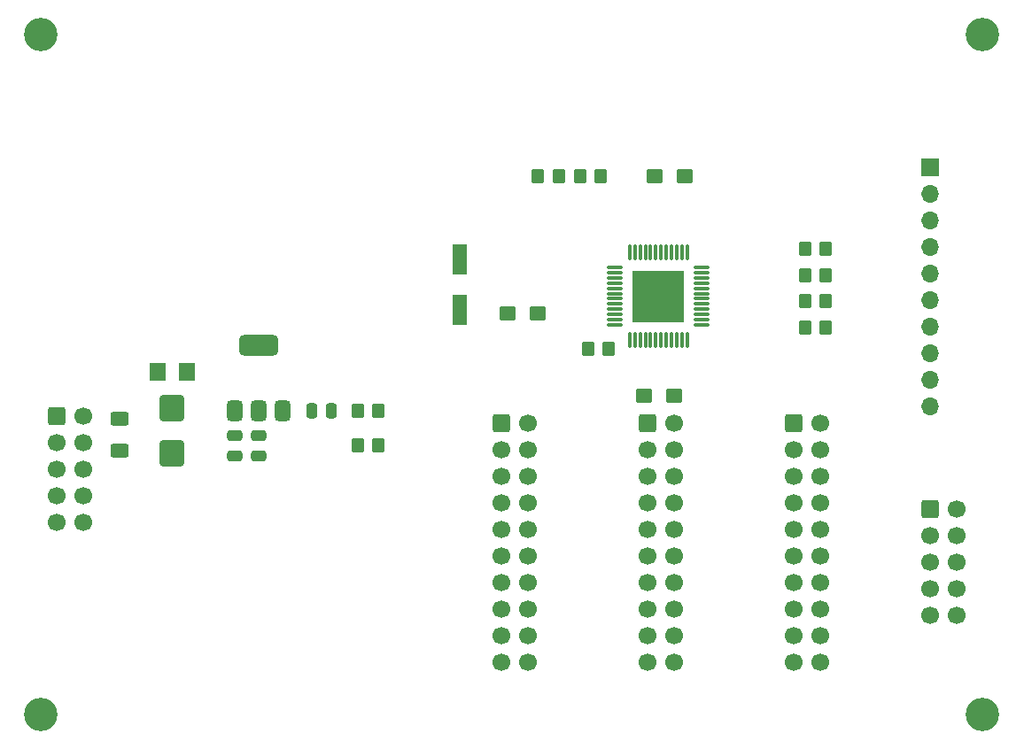
<source format=gbr>
%TF.GenerationSoftware,KiCad,Pcbnew,9.0.6-9.0.6~ubuntu22.04.1*%
%TF.CreationDate,2026-01-07T10:26:54-05:00*%
%TF.ProjectId,Hyperdrift-Display-Controller,48797065-7264-4726-9966-742d44697370,rev?*%
%TF.SameCoordinates,Original*%
%TF.FileFunction,Soldermask,Bot*%
%TF.FilePolarity,Negative*%
%FSLAX46Y46*%
G04 Gerber Fmt 4.6, Leading zero omitted, Abs format (unit mm)*
G04 Created by KiCad (PCBNEW 9.0.6-9.0.6~ubuntu22.04.1) date 2026-01-07 10:26:54*
%MOMM*%
%LPD*%
G01*
G04 APERTURE LIST*
G04 Aperture macros list*
%AMRoundRect*
0 Rectangle with rounded corners*
0 $1 Rounding radius*
0 $2 $3 $4 $5 $6 $7 $8 $9 X,Y pos of 4 corners*
0 Add a 4 corners polygon primitive as box body*
4,1,4,$2,$3,$4,$5,$6,$7,$8,$9,$2,$3,0*
0 Add four circle primitives for the rounded corners*
1,1,$1+$1,$2,$3*
1,1,$1+$1,$4,$5*
1,1,$1+$1,$6,$7*
1,1,$1+$1,$8,$9*
0 Add four rect primitives between the rounded corners*
20,1,$1+$1,$2,$3,$4,$5,0*
20,1,$1+$1,$4,$5,$6,$7,0*
20,1,$1+$1,$6,$7,$8,$9,0*
20,1,$1+$1,$8,$9,$2,$3,0*%
G04 Aperture macros list end*
%ADD10RoundRect,0.250000X0.350000X0.450000X-0.350000X0.450000X-0.350000X-0.450000X0.350000X-0.450000X0*%
%ADD11RoundRect,0.250000X-0.350000X-0.450000X0.350000X-0.450000X0.350000X0.450000X-0.350000X0.450000X0*%
%ADD12RoundRect,0.250000X-0.600000X-0.600000X0.600000X-0.600000X0.600000X0.600000X-0.600000X0.600000X0*%
%ADD13C,1.700000*%
%ADD14C,3.200000*%
%ADD15R,1.700000X1.700000*%
%ADD16O,1.700000X1.700000*%
%ADD17R,1.400000X3.000000*%
%ADD18RoundRect,0.250000X0.537500X0.425000X-0.537500X0.425000X-0.537500X-0.425000X0.537500X-0.425000X0*%
%ADD19RoundRect,0.250000X-0.625000X0.400000X-0.625000X-0.400000X0.625000X-0.400000X0.625000X0.400000X0*%
%ADD20RoundRect,0.250000X-0.900000X1.000000X-0.900000X-1.000000X0.900000X-1.000000X0.900000X1.000000X0*%
%ADD21RoundRect,0.250000X0.250000X0.475000X-0.250000X0.475000X-0.250000X-0.475000X0.250000X-0.475000X0*%
%ADD22RoundRect,0.250000X-0.475000X0.250000X-0.475000X-0.250000X0.475000X-0.250000X0.475000X0.250000X0*%
%ADD23R,1.600000X1.800000*%
%ADD24RoundRect,0.375000X0.375000X-0.625000X0.375000X0.625000X-0.375000X0.625000X-0.375000X-0.625000X0*%
%ADD25RoundRect,0.500000X1.400000X-0.500000X1.400000X0.500000X-1.400000X0.500000X-1.400000X-0.500000X0*%
%ADD26RoundRect,0.075000X-0.075000X0.662500X-0.075000X-0.662500X0.075000X-0.662500X0.075000X0.662500X0*%
%ADD27RoundRect,0.075000X-0.662500X0.075000X-0.662500X-0.075000X0.662500X-0.075000X0.662500X0.075000X0*%
%ADD28R,5.000000X5.000000*%
G04 APERTURE END LIST*
D10*
%TO.C,R1*%
X157000000Y-72000000D03*
X159000000Y-72000000D03*
%TD*%
D11*
%TO.C,R9*%
X159000000Y-79500000D03*
X157000000Y-79500000D03*
%TD*%
D12*
%TO.C,J1*%
X128000000Y-88620000D03*
D13*
X130540000Y-88620000D03*
X128000000Y-91160000D03*
X130540000Y-91160000D03*
X128000000Y-93700000D03*
X130540000Y-93700000D03*
X128000000Y-96240000D03*
X130540000Y-96240000D03*
X128000000Y-98780000D03*
X130540000Y-98780000D03*
X128000000Y-101320000D03*
X130540000Y-101320000D03*
X128000000Y-103860000D03*
X130540000Y-103860000D03*
X128000000Y-106400000D03*
X130540000Y-106400000D03*
X128000000Y-108940000D03*
X130540000Y-108940000D03*
X128000000Y-111480000D03*
X130540000Y-111480000D03*
%TD*%
D14*
%TO.C,H1*%
X84000000Y-51500000D03*
%TD*%
D12*
%TO.C,J4*%
X85500000Y-88000000D03*
D13*
X88040000Y-88000000D03*
X85500000Y-90540000D03*
X88040000Y-90540000D03*
X85500000Y-93080000D03*
X88040000Y-93080000D03*
X85500000Y-95620000D03*
X88040000Y-95620000D03*
X85500000Y-98160000D03*
X88040000Y-98160000D03*
%TD*%
D14*
%TO.C,H3*%
X174000000Y-116500000D03*
%TD*%
D15*
%TO.C,J6*%
X169000000Y-64140000D03*
D16*
X169000000Y-66680000D03*
X169000000Y-69220000D03*
X169000000Y-71760000D03*
X169000000Y-74300000D03*
X169000000Y-76840000D03*
X169000000Y-79380000D03*
X169000000Y-81920000D03*
X169000000Y-84460000D03*
X169000000Y-87000000D03*
%TD*%
D12*
%TO.C,J2*%
X141960000Y-88620000D03*
D13*
X144500000Y-88620000D03*
X141960000Y-91160000D03*
X144500000Y-91160000D03*
X141960000Y-93700000D03*
X144500000Y-93700000D03*
X141960000Y-96240000D03*
X144500000Y-96240000D03*
X141960000Y-98780000D03*
X144500000Y-98780000D03*
X141960000Y-101320000D03*
X144500000Y-101320000D03*
X141960000Y-103860000D03*
X144500000Y-103860000D03*
X141960000Y-106400000D03*
X144500000Y-106400000D03*
X141960000Y-108940000D03*
X144500000Y-108940000D03*
X141960000Y-111480000D03*
X144500000Y-111480000D03*
%TD*%
D14*
%TO.C,H2*%
X174000000Y-51500000D03*
%TD*%
D12*
%TO.C,J5*%
X169000000Y-96840000D03*
D13*
X171540000Y-96840000D03*
X169000000Y-99380000D03*
X171540000Y-99380000D03*
X169000000Y-101920000D03*
X171540000Y-101920000D03*
X169000000Y-104460000D03*
X171540000Y-104460000D03*
X169000000Y-107000000D03*
X171540000Y-107000000D03*
%TD*%
D12*
%TO.C,J3*%
X155960000Y-88620000D03*
D13*
X158500000Y-88620000D03*
X155960000Y-91160000D03*
X158500000Y-91160000D03*
X155960000Y-93700000D03*
X158500000Y-93700000D03*
X155960000Y-96240000D03*
X158500000Y-96240000D03*
X155960000Y-98780000D03*
X158500000Y-98780000D03*
X155960000Y-101320000D03*
X158500000Y-101320000D03*
X155960000Y-103860000D03*
X158500000Y-103860000D03*
X155960000Y-106400000D03*
X158500000Y-106400000D03*
X155960000Y-108940000D03*
X158500000Y-108940000D03*
X155960000Y-111480000D03*
X158500000Y-111480000D03*
%TD*%
D14*
%TO.C,H4*%
X84000000Y-116500000D03*
%TD*%
D11*
%TO.C,R3*%
X157000000Y-74500000D03*
X159000000Y-74500000D03*
%TD*%
D17*
%TO.C,C3*%
X124000000Y-73000000D03*
X124000000Y-77800000D03*
%TD*%
D18*
%TO.C,C9*%
X131437500Y-78120000D03*
X128562500Y-78120000D03*
%TD*%
D10*
%TO.C,R6*%
X137500000Y-65000000D03*
X135500000Y-65000000D03*
%TD*%
D19*
%TO.C,RV1*%
X91500000Y-88200000D03*
X91500000Y-91300000D03*
%TD*%
D10*
%TO.C,R5*%
X116250000Y-87500000D03*
X114250000Y-87500000D03*
%TD*%
D18*
%TO.C,C7*%
X145500000Y-65000000D03*
X142625000Y-65000000D03*
%TD*%
D20*
%TO.C,D1*%
X96500000Y-87200000D03*
X96500000Y-91500000D03*
%TD*%
D21*
%TO.C,C4*%
X111750000Y-87500000D03*
X109850000Y-87500000D03*
%TD*%
D22*
%TO.C,C1*%
X104750000Y-89850000D03*
X104750000Y-91750000D03*
%TD*%
D10*
%TO.C,R4*%
X116250000Y-90750000D03*
X114250000Y-90750000D03*
%TD*%
%TO.C,R2*%
X138250000Y-81500000D03*
X136250000Y-81500000D03*
%TD*%
D22*
%TO.C,C2*%
X102500000Y-89850000D03*
X102500000Y-91750000D03*
%TD*%
D23*
%TO.C,F1*%
X95100000Y-83750000D03*
X97900000Y-83750000D03*
%TD*%
D24*
%TO.C,U2*%
X107100000Y-87500000D03*
X104800000Y-87500000D03*
D25*
X104800000Y-81200000D03*
D24*
X102500000Y-87500000D03*
%TD*%
D11*
%TO.C,R7*%
X131500000Y-65000000D03*
X133500000Y-65000000D03*
%TD*%
D18*
%TO.C,C8*%
X144500000Y-86000000D03*
X141625000Y-86000000D03*
%TD*%
D11*
%TO.C,R8*%
X157000000Y-77000000D03*
X159000000Y-77000000D03*
%TD*%
D26*
%TO.C,U1*%
X140250000Y-72337500D03*
X140750000Y-72337500D03*
X141250000Y-72337500D03*
X141750000Y-72337500D03*
X142250000Y-72337500D03*
X142750000Y-72337500D03*
X143250000Y-72337500D03*
X143750000Y-72337500D03*
X144250000Y-72337500D03*
X144750000Y-72337500D03*
X145250000Y-72337500D03*
X145750000Y-72337500D03*
D27*
X147162500Y-73750000D03*
X147162500Y-74250000D03*
X147162500Y-74750000D03*
X147162500Y-75250000D03*
X147162500Y-75750000D03*
X147162500Y-76250000D03*
X147162500Y-76750000D03*
X147162500Y-77250000D03*
X147162500Y-77750000D03*
X147162500Y-78250000D03*
X147162500Y-78750000D03*
X147162500Y-79250000D03*
D26*
X145750000Y-80662500D03*
X145250000Y-80662500D03*
X144750000Y-80662500D03*
X144250000Y-80662500D03*
X143750000Y-80662500D03*
X143250000Y-80662500D03*
X142750000Y-80662500D03*
X142250000Y-80662500D03*
X141750000Y-80662500D03*
X141250000Y-80662500D03*
X140750000Y-80662500D03*
X140250000Y-80662500D03*
D27*
X138837500Y-79250000D03*
X138837500Y-78750000D03*
X138837500Y-78250000D03*
X138837500Y-77750000D03*
X138837500Y-77250000D03*
X138837500Y-76750000D03*
X138837500Y-76250000D03*
X138837500Y-75750000D03*
X138837500Y-75250000D03*
X138837500Y-74750000D03*
X138837500Y-74250000D03*
X138837500Y-73750000D03*
D28*
X143000000Y-76500000D03*
%TD*%
M02*

</source>
